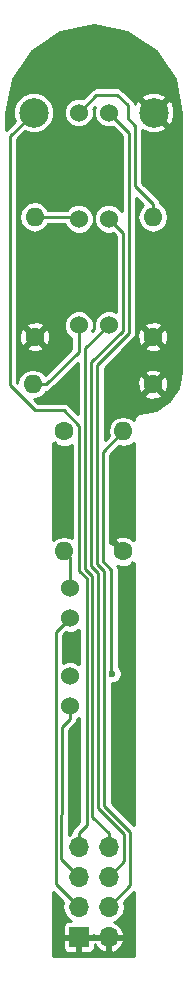
<source format=gtl>
G04 #@! TF.FileFunction,Copper,L1,Top,Signal*
%FSLAX46Y46*%
G04 Gerber Fmt 4.6, Leading zero omitted, Abs format (unit mm)*
G04 Created by KiCad (PCBNEW 4.0.6-e0-6349~53~ubuntu16.04.1) date Fri Mar 24 12:12:28 2017*
%MOMM*%
%LPD*%
G01*
G04 APERTURE LIST*
%ADD10C,0.100000*%
%ADD11R,1.700000X1.700000*%
%ADD12O,1.700000X1.700000*%
%ADD13C,2.499360*%
%ADD14C,1.600000*%
%ADD15O,1.600000X1.600000*%
%ADD16C,1.524000*%
%ADD17C,0.600000*%
%ADD18C,0.250000*%
G04 APERTURE END LIST*
D10*
D11*
X2730000Y2190000D03*
D12*
X5270000Y2190000D03*
X2730000Y4730000D03*
X5270000Y4730000D03*
X2730000Y7270000D03*
X5270000Y7270000D03*
X2730000Y9810000D03*
X5270000Y9810000D03*
D13*
X9080000Y72000000D03*
X-1080000Y72000000D03*
D14*
X9000000Y53000000D03*
D15*
X9000000Y63160000D03*
D14*
X-1000000Y53000000D03*
D15*
X-1000000Y63160000D03*
D14*
X9000000Y49000000D03*
D15*
X-1160000Y49000000D03*
D14*
X1500000Y45000000D03*
D15*
X1500000Y34840000D03*
D14*
X6500000Y34840000D03*
D15*
X6500000Y45000000D03*
D16*
X2730000Y72000000D03*
X5270000Y72000000D03*
X2730000Y63000000D03*
X5270000Y63000000D03*
X2730000Y54000000D03*
X5270000Y54000000D03*
X2000000Y31770000D03*
X2000000Y29230000D03*
X2000000Y24270000D03*
X2000000Y21730000D03*
D17*
X2250000Y48750000D03*
X6250000Y38750000D03*
X1750000Y38750000D03*
X2500000Y26500000D03*
X2500000Y13500000D03*
X6500000Y13500000D03*
X5575030Y24500000D03*
D18*
X2730000Y9810000D02*
X2730000Y11012081D01*
X2730000Y11012081D02*
X3400000Y11682081D01*
X3400000Y32571560D02*
X2800000Y33171560D01*
X3400000Y11682081D02*
X3400000Y32571560D01*
X2800000Y33171560D02*
X2800000Y45500000D01*
X2800000Y45500000D02*
X1500000Y46800000D01*
X-3100000Y48900000D02*
X-3100000Y69980000D01*
X1500000Y46800000D02*
X-1000000Y46800000D01*
X-1000000Y46800000D02*
X-3100000Y48900000D01*
X-3100000Y69980000D02*
X-1080000Y72000000D01*
X2730000Y72000000D02*
X4230000Y73500000D01*
X6000000Y73500000D02*
X6900000Y72600000D01*
X4230000Y73500000D02*
X6000000Y73500000D01*
X6900000Y72600000D02*
X6900000Y71500000D01*
X6900000Y71500000D02*
X7500020Y70899980D01*
X7500020Y70899980D02*
X7500020Y65791350D01*
X7500020Y65791350D02*
X9000000Y64291370D01*
X9000000Y64291370D02*
X9000000Y63160000D01*
X5270000Y9810000D02*
X5270000Y11012081D01*
X3300010Y52030010D02*
X5270000Y54000000D01*
X5270000Y11012081D02*
X3900010Y12382071D01*
X3900010Y12382071D02*
X3900010Y32778670D01*
X3900010Y32778670D02*
X3300010Y33378670D01*
X3300010Y33378670D02*
X3300010Y52030010D01*
X-1000000Y63160000D02*
X2570000Y63160000D01*
X2570000Y63160000D02*
X2730000Y63000000D01*
X5270000Y7270000D02*
X6600000Y8600000D01*
X6500000Y53547238D02*
X6500000Y61770000D01*
X6600000Y8600000D02*
X6600000Y10900000D01*
X6600000Y10900000D02*
X4400020Y13099980D01*
X4400020Y13099980D02*
X4400020Y32985780D01*
X4400020Y32985780D02*
X3800020Y33585780D01*
X3800020Y33585780D02*
X3800020Y50847258D01*
X3800020Y50847258D02*
X6500000Y53547238D01*
X6500000Y61770000D02*
X5270000Y63000000D01*
X-1160000Y49000000D02*
X-28630Y49000000D01*
X-28630Y49000000D02*
X2730000Y51758630D01*
X2730000Y51758630D02*
X2730000Y52922370D01*
X2730000Y52922370D02*
X2730000Y54000000D01*
X5270000Y4730000D02*
X7100010Y6560010D01*
X7100010Y6560010D02*
X7100010Y11107110D01*
X7100010Y11107110D02*
X4900030Y13307090D01*
X4900030Y13307090D02*
X4900030Y33192890D01*
X4900030Y33192890D02*
X4300030Y33792890D01*
X4300030Y33792890D02*
X4300030Y50640148D01*
X7000010Y53340128D02*
X7000010Y70269990D01*
X4300030Y50640148D02*
X7000010Y53340128D01*
X7000010Y70269990D02*
X5270000Y72000000D01*
X2000000Y31770000D02*
X2000000Y34340000D01*
X2000000Y34340000D02*
X1500000Y34840000D01*
X1238001Y8761999D02*
X1288002Y16238001D01*
X2000000Y21730000D02*
X2000000Y20652370D01*
X2000000Y20652370D02*
X1288002Y19940372D01*
X1288002Y19940372D02*
X1288002Y16238001D01*
X2730000Y7270000D02*
X1238001Y8761999D01*
X5500000Y33300040D02*
X4800040Y34000000D01*
X5500000Y24500000D02*
X5500000Y27000000D01*
X5500000Y27000000D02*
X5500000Y33300040D01*
X5575030Y24500000D02*
X5500000Y24500000D01*
X4800040Y34000000D02*
X4800040Y43300040D01*
X4800040Y43300040D02*
X6500000Y45000000D01*
X2730000Y4730000D02*
X787992Y6672008D01*
X787992Y6672008D02*
X787992Y28017992D01*
X787992Y28017992D02*
X2000000Y29230000D01*
G36*
X7425000Y575000D02*
X575000Y575000D01*
X575000Y1940000D01*
X1380000Y1940000D01*
X1380000Y1240544D01*
X1456121Y1056773D01*
X1596773Y916120D01*
X1780544Y840000D01*
X2480000Y840000D01*
X2605000Y965000D01*
X2605000Y2065000D01*
X2855000Y2065000D01*
X2855000Y965000D01*
X2980000Y840000D01*
X3679456Y840000D01*
X3863227Y916120D01*
X4003879Y1056773D01*
X4080000Y1240544D01*
X4080000Y1571129D01*
X4109038Y1501020D01*
X4461072Y1109184D01*
X4936258Y881893D01*
X5145000Y970789D01*
X5145000Y2065000D01*
X5395000Y2065000D01*
X5395000Y970789D01*
X5603742Y881893D01*
X6078928Y1109184D01*
X6430962Y1501020D01*
X6578097Y1856260D01*
X6488606Y2065000D01*
X5395000Y2065000D01*
X5145000Y2065000D01*
X4051394Y2065000D01*
X4022469Y1997531D01*
X3955000Y2065000D01*
X2855000Y2065000D01*
X2605000Y2065000D01*
X1505000Y2065000D01*
X1380000Y1940000D01*
X575000Y1940000D01*
X575000Y6001116D01*
X1435274Y5140842D01*
X1353552Y4730000D01*
X1456315Y4213377D01*
X1748958Y3775406D01*
X2101268Y3540000D01*
X1780544Y3540000D01*
X1596773Y3463880D01*
X1456121Y3323227D01*
X1380000Y3139456D01*
X1380000Y2440000D01*
X1505000Y2315000D01*
X2605000Y2315000D01*
X2605000Y2335000D01*
X2855000Y2335000D01*
X2855000Y2315000D01*
X3955000Y2315000D01*
X4022469Y2382469D01*
X4051394Y2315000D01*
X5145000Y2315000D01*
X5145000Y2335000D01*
X5395000Y2335000D01*
X5395000Y2315000D01*
X6488606Y2315000D01*
X6578097Y2523740D01*
X6430962Y2878980D01*
X6078928Y3270816D01*
X5687882Y3457861D01*
X5813071Y3482763D01*
X6251042Y3775406D01*
X6543685Y4213377D01*
X6646448Y4730000D01*
X6564726Y5140842D01*
X7425000Y6001116D01*
X7425000Y575000D01*
X7425000Y575000D01*
G37*
X7425000Y575000D02*
X575000Y575000D01*
X575000Y1940000D01*
X1380000Y1940000D01*
X1380000Y1240544D01*
X1456121Y1056773D01*
X1596773Y916120D01*
X1780544Y840000D01*
X2480000Y840000D01*
X2605000Y965000D01*
X2605000Y2065000D01*
X2855000Y2065000D01*
X2855000Y965000D01*
X2980000Y840000D01*
X3679456Y840000D01*
X3863227Y916120D01*
X4003879Y1056773D01*
X4080000Y1240544D01*
X4080000Y1571129D01*
X4109038Y1501020D01*
X4461072Y1109184D01*
X4936258Y881893D01*
X5145000Y970789D01*
X5145000Y2065000D01*
X5395000Y2065000D01*
X5395000Y970789D01*
X5603742Y881893D01*
X6078928Y1109184D01*
X6430962Y1501020D01*
X6578097Y1856260D01*
X6488606Y2065000D01*
X5395000Y2065000D01*
X5145000Y2065000D01*
X4051394Y2065000D01*
X4022469Y1997531D01*
X3955000Y2065000D01*
X2855000Y2065000D01*
X2605000Y2065000D01*
X1505000Y2065000D01*
X1380000Y1940000D01*
X575000Y1940000D01*
X575000Y6001116D01*
X1435274Y5140842D01*
X1353552Y4730000D01*
X1456315Y4213377D01*
X1748958Y3775406D01*
X2101268Y3540000D01*
X1780544Y3540000D01*
X1596773Y3463880D01*
X1456121Y3323227D01*
X1380000Y3139456D01*
X1380000Y2440000D01*
X1505000Y2315000D01*
X2605000Y2315000D01*
X2605000Y2335000D01*
X2855000Y2335000D01*
X2855000Y2315000D01*
X3955000Y2315000D01*
X4022469Y2382469D01*
X4051394Y2315000D01*
X5145000Y2315000D01*
X5145000Y2335000D01*
X5395000Y2335000D01*
X5395000Y2315000D01*
X6488606Y2315000D01*
X6578097Y2523740D01*
X6430962Y2878980D01*
X6078928Y3270816D01*
X5687882Y3457861D01*
X5813071Y3482763D01*
X6251042Y3775406D01*
X6543685Y4213377D01*
X6646448Y4730000D01*
X6564726Y5140842D01*
X7425000Y6001116D01*
X7425000Y575000D01*
G36*
X2775000Y11940965D02*
X2288058Y11454023D01*
X2152575Y11251258D01*
X2105000Y11012081D01*
X2105000Y11002494D01*
X1876981Y10850136D01*
X1912988Y16233821D01*
X1912587Y16235912D01*
X1913002Y16238001D01*
X1913002Y19681488D01*
X2441942Y20210428D01*
X2577425Y20413192D01*
X2618583Y20620107D01*
X2713932Y20659505D01*
X2775000Y20720466D01*
X2775000Y11940965D01*
X2775000Y11940965D01*
G37*
X2775000Y11940965D02*
X2288058Y11454023D01*
X2152575Y11251258D01*
X2105000Y11012081D01*
X2105000Y11002494D01*
X1876981Y10850136D01*
X1912988Y16233821D01*
X1912587Y16235912D01*
X1913002Y16238001D01*
X1913002Y19681488D01*
X2441942Y20210428D01*
X2577425Y20413192D01*
X2618583Y20620107D01*
X2713932Y20659505D01*
X2775000Y20720466D01*
X2775000Y11940965D01*
G36*
X7347127Y33816094D02*
X7425000Y33893967D01*
X7425000Y11666003D01*
X5525030Y13565974D01*
X5525030Y23700043D01*
X5733462Y23699861D01*
X6027602Y23821397D01*
X6252842Y24046245D01*
X6374891Y24340172D01*
X6375169Y24658432D01*
X6253633Y24952572D01*
X6125000Y25081429D01*
X6125000Y33300040D01*
X6077425Y33539217D01*
X6015145Y33632425D01*
X6313500Y33527717D01*
X6829885Y33556238D01*
X7174492Y33698979D01*
X7255856Y33907365D01*
X7347127Y33816094D01*
X7347127Y33816094D01*
G37*
X7347127Y33816094D02*
X7425000Y33893967D01*
X7425000Y11666003D01*
X5525030Y13565974D01*
X5525030Y23700043D01*
X5733462Y23699861D01*
X6027602Y23821397D01*
X6252842Y24046245D01*
X6374891Y24340172D01*
X6375169Y24658432D01*
X6253633Y24952572D01*
X6125000Y25081429D01*
X6125000Y33300040D01*
X6077425Y33539217D01*
X6015145Y33632425D01*
X6313500Y33527717D01*
X6829885Y33556238D01*
X7174492Y33698979D01*
X7255856Y33907365D01*
X7347127Y33816094D01*
G36*
X2775000Y25279944D02*
X2715799Y25339248D01*
X2252129Y25531780D01*
X1750074Y25532219D01*
X1412992Y25392939D01*
X1412992Y27759108D01*
X1659004Y28005120D01*
X1747871Y27968220D01*
X2249926Y27967781D01*
X2713932Y28159505D01*
X2775000Y28220466D01*
X2775000Y25279944D01*
X2775000Y25279944D01*
G37*
X2775000Y25279944D02*
X2715799Y25339248D01*
X2252129Y25531780D01*
X1750074Y25532219D01*
X1412992Y25392939D01*
X1412992Y27759108D01*
X1659004Y28005120D01*
X1747871Y27968220D01*
X2249926Y27967781D01*
X2713932Y28159505D01*
X2775000Y28220466D01*
X2775000Y25279944D01*
G36*
X7425000Y35786033D02*
X7347127Y35863906D01*
X7255856Y35772635D01*
X7174492Y35981021D01*
X6686500Y36152283D01*
X6170115Y36123762D01*
X5825508Y35981021D01*
X5744143Y35772634D01*
X6500000Y35016777D01*
X6514142Y35030919D01*
X6690919Y34854142D01*
X6676777Y34840000D01*
X6690919Y34825858D01*
X6514142Y34649081D01*
X6500000Y34663223D01*
X6485858Y34649081D01*
X6309081Y34825858D01*
X6323223Y34840000D01*
X5567366Y35595857D01*
X5425040Y35540286D01*
X5425040Y43041156D01*
X6131679Y43747795D01*
X6500000Y43674531D01*
X6997488Y43773488D01*
X7419239Y44055292D01*
X7425000Y44063914D01*
X7425000Y35786033D01*
X7425000Y35786033D01*
G37*
X7425000Y35786033D02*
X7347127Y35863906D01*
X7255856Y35772635D01*
X7174492Y35981021D01*
X6686500Y36152283D01*
X6170115Y36123762D01*
X5825508Y35981021D01*
X5744143Y35772634D01*
X6500000Y35016777D01*
X6514142Y35030919D01*
X6690919Y34854142D01*
X6676777Y34840000D01*
X6690919Y34825858D01*
X6514142Y34649081D01*
X6500000Y34663223D01*
X6485858Y34649081D01*
X6309081Y34825858D01*
X6323223Y34840000D01*
X5567366Y35595857D01*
X5425040Y35540286D01*
X5425040Y43041156D01*
X6131679Y43747795D01*
X6500000Y43674531D01*
X6997488Y43773488D01*
X7419239Y44055292D01*
X7425000Y44063914D01*
X7425000Y35786033D01*
G36*
X825508Y43858979D02*
X1313500Y43687717D01*
X1829885Y43716238D01*
X2174492Y43858979D01*
X2175000Y43860280D01*
X2175000Y35947903D01*
X1997488Y36066512D01*
X1500000Y36165469D01*
X1002512Y36066512D01*
X580761Y35784708D01*
X575000Y35776086D01*
X575000Y44053967D01*
X652873Y43976094D01*
X744144Y44067365D01*
X825508Y43858979D01*
X825508Y43858979D01*
G37*
X825508Y43858979D02*
X1313500Y43687717D01*
X1829885Y43716238D01*
X2174492Y43858979D01*
X2175000Y43860280D01*
X2175000Y35947903D01*
X1997488Y36066512D01*
X1500000Y36165469D01*
X1002512Y36066512D01*
X580761Y35784708D01*
X575000Y35776086D01*
X575000Y44053967D01*
X652873Y43976094D01*
X744144Y44067365D01*
X825508Y43858979D01*
G36*
X6837114Y78849397D02*
X9242302Y77242302D01*
X10849397Y74837114D01*
X11425000Y71943370D01*
X11425000Y50056635D01*
X11153879Y48693619D01*
X10413875Y47586125D01*
X9306381Y46846121D01*
X7887823Y46563952D01*
X7835501Y46542279D01*
X7779957Y46531231D01*
X7732869Y46499768D01*
X7680547Y46478095D01*
X7640500Y46438048D01*
X7593414Y46406586D01*
X7561952Y46359500D01*
X7521905Y46319453D01*
X7500232Y46267131D01*
X7468769Y46220043D01*
X7457721Y46164499D01*
X7436048Y46112177D01*
X7436048Y46055542D01*
X7425000Y46000000D01*
X7425000Y45936086D01*
X7419239Y45944708D01*
X6997488Y46226512D01*
X6500000Y46325469D01*
X6002512Y46226512D01*
X5580761Y45944708D01*
X5298957Y45522957D01*
X5200000Y45025469D01*
X5200000Y44974531D01*
X5264813Y44648696D01*
X4925030Y44308914D01*
X4925030Y48067366D01*
X8244143Y48067366D01*
X8325508Y47858979D01*
X8813500Y47687717D01*
X9329885Y47716238D01*
X9674492Y47858979D01*
X9755857Y48067366D01*
X9000000Y48823223D01*
X8244143Y48067366D01*
X4925030Y48067366D01*
X4925030Y49186500D01*
X7687717Y49186500D01*
X7716238Y48670115D01*
X7858979Y48325508D01*
X8067366Y48244143D01*
X8823223Y49000000D01*
X9176777Y49000000D01*
X9932634Y48244143D01*
X10141021Y48325508D01*
X10312283Y48813500D01*
X10283762Y49329885D01*
X10141021Y49674492D01*
X9932634Y49755857D01*
X9176777Y49000000D01*
X8823223Y49000000D01*
X8067366Y49755857D01*
X7858979Y49674492D01*
X7687717Y49186500D01*
X4925030Y49186500D01*
X4925030Y49932634D01*
X8244143Y49932634D01*
X9000000Y49176777D01*
X9755857Y49932634D01*
X9674492Y50141021D01*
X9186500Y50312283D01*
X8670115Y50283762D01*
X8325508Y50141021D01*
X8244143Y49932634D01*
X4925030Y49932634D01*
X4925030Y50381264D01*
X6611132Y52067366D01*
X8244143Y52067366D01*
X8325508Y51858979D01*
X8813500Y51687717D01*
X9329885Y51716238D01*
X9674492Y51858979D01*
X9755857Y52067366D01*
X9000000Y52823223D01*
X8244143Y52067366D01*
X6611132Y52067366D01*
X7441952Y52898186D01*
X7577435Y53100950D01*
X7594451Y53186500D01*
X7687717Y53186500D01*
X7716238Y52670115D01*
X7858979Y52325508D01*
X8067366Y52244143D01*
X8823223Y53000000D01*
X9176777Y53000000D01*
X9932634Y52244143D01*
X10141021Y52325508D01*
X10312283Y52813500D01*
X10283762Y53329885D01*
X10141021Y53674492D01*
X9932634Y53755857D01*
X9176777Y53000000D01*
X8823223Y53000000D01*
X8067366Y53755857D01*
X7858979Y53674492D01*
X7687717Y53186500D01*
X7594451Y53186500D01*
X7625010Y53340128D01*
X7625010Y53932634D01*
X8244143Y53932634D01*
X9000000Y53176777D01*
X9755857Y53932634D01*
X9674492Y54141021D01*
X9186500Y54312283D01*
X8670115Y54283762D01*
X8325508Y54141021D01*
X8244143Y53932634D01*
X7625010Y53932634D01*
X7625010Y64782476D01*
X8213851Y64193635D01*
X8080761Y64104708D01*
X7798957Y63682957D01*
X7700000Y63185469D01*
X7700000Y63134531D01*
X7798957Y62637043D01*
X8080761Y62215292D01*
X8502512Y61933488D01*
X9000000Y61834531D01*
X9497488Y61933488D01*
X9919239Y62215292D01*
X10201043Y62637043D01*
X10300000Y63134531D01*
X10300000Y63185469D01*
X10201043Y63682957D01*
X9919239Y64104708D01*
X9622719Y64302835D01*
X9577425Y64530547D01*
X9441942Y64733312D01*
X8125020Y66050234D01*
X8125020Y70505703D01*
X8135121Y70486822D01*
X8786114Y70240416D01*
X9481849Y70261891D01*
X10024879Y70486822D01*
X10161337Y70741886D01*
X9080000Y71823223D01*
X9065858Y71809081D01*
X8889081Y71985858D01*
X8903223Y72000000D01*
X9256777Y72000000D01*
X10338114Y70918663D01*
X10593178Y71055121D01*
X10839584Y71706114D01*
X10818109Y72401849D01*
X10593178Y72944879D01*
X10338114Y73081337D01*
X9256777Y72000000D01*
X8903223Y72000000D01*
X7821886Y73081337D01*
X7566822Y72944879D01*
X7494438Y72753645D01*
X7477425Y72839177D01*
X7477425Y72839178D01*
X7341942Y73041942D01*
X7125770Y73258114D01*
X7998663Y73258114D01*
X9080000Y72176777D01*
X10161337Y73258114D01*
X10024879Y73513178D01*
X9373886Y73759584D01*
X8678151Y73738109D01*
X8135121Y73513178D01*
X7998663Y73258114D01*
X7125770Y73258114D01*
X6441942Y73941942D01*
X6239177Y74077425D01*
X6000000Y74125000D01*
X4230000Y74125000D01*
X3990822Y74077425D01*
X3909606Y74023158D01*
X3788058Y73941942D01*
X3788056Y73941939D01*
X3070996Y73224879D01*
X2982129Y73261780D01*
X2480074Y73262219D01*
X2016068Y73070495D01*
X1660752Y72715799D01*
X1468220Y72252129D01*
X1467781Y71750074D01*
X1659505Y71286068D01*
X2014201Y70930752D01*
X2477871Y70738220D01*
X2979926Y70737781D01*
X3443932Y70929505D01*
X3799248Y71284201D01*
X3991780Y71747871D01*
X3992219Y72249926D01*
X3954674Y72340791D01*
X4109200Y72495317D01*
X4008220Y72252129D01*
X4007781Y71750074D01*
X4199505Y71286068D01*
X4554201Y70930752D01*
X5017871Y70738220D01*
X5519926Y70737781D01*
X5610791Y70775326D01*
X6375010Y70011107D01*
X6375010Y63630400D01*
X6340495Y63713932D01*
X5985799Y64069248D01*
X5522129Y64261780D01*
X5020074Y64262219D01*
X4556068Y64070495D01*
X4200752Y63715799D01*
X4008220Y63252129D01*
X4007781Y62750074D01*
X4199505Y62286068D01*
X4554201Y61930752D01*
X5017871Y61738220D01*
X5519926Y61737781D01*
X5610790Y61775326D01*
X5875000Y61511116D01*
X5875000Y55115256D01*
X5522129Y55261780D01*
X5020074Y55262219D01*
X4556068Y55070495D01*
X4200752Y54715799D01*
X4008220Y54252129D01*
X4007781Y53750074D01*
X4045326Y53659209D01*
X3890800Y53504684D01*
X3991780Y53747871D01*
X3992219Y54249926D01*
X3800495Y54713932D01*
X3445799Y55069248D01*
X2982129Y55261780D01*
X2480074Y55262219D01*
X2016068Y55070495D01*
X1660752Y54715799D01*
X1468220Y54252129D01*
X1467781Y53750074D01*
X1659505Y53286068D01*
X2014201Y52930752D01*
X2105000Y52893049D01*
X2105000Y52017514D01*
X-126365Y49786149D01*
X-215292Y49919239D01*
X-637043Y50201043D01*
X-1134531Y50300000D01*
X-1185469Y50300000D01*
X-1682957Y50201043D01*
X-2104708Y49919239D01*
X-2386512Y49497488D01*
X-2457371Y49141255D01*
X-2475000Y49158884D01*
X-2475000Y52067366D01*
X-1755857Y52067366D01*
X-1674492Y51858979D01*
X-1186500Y51687717D01*
X-670115Y51716238D01*
X-325508Y51858979D01*
X-244143Y52067366D01*
X-1000000Y52823223D01*
X-1755857Y52067366D01*
X-2475000Y52067366D01*
X-2475000Y53186500D01*
X-2312283Y53186500D01*
X-2283762Y52670115D01*
X-2141021Y52325508D01*
X-1932634Y52244143D01*
X-1176777Y53000000D01*
X-823223Y53000000D01*
X-67366Y52244143D01*
X141021Y52325508D01*
X312283Y52813500D01*
X283762Y53329885D01*
X141021Y53674492D01*
X-67366Y53755857D01*
X-823223Y53000000D01*
X-1176777Y53000000D01*
X-1932634Y53755857D01*
X-2141021Y53674492D01*
X-2312283Y53186500D01*
X-2475000Y53186500D01*
X-2475000Y53932634D01*
X-1755857Y53932634D01*
X-1000000Y53176777D01*
X-244143Y53932634D01*
X-325508Y54141021D01*
X-813500Y54312283D01*
X-1329885Y54283762D01*
X-1674492Y54141021D01*
X-1755857Y53932634D01*
X-2475000Y53932634D01*
X-2475000Y63185469D01*
X-2300000Y63185469D01*
X-2300000Y63134531D01*
X-2201043Y62637043D01*
X-1919239Y62215292D01*
X-1497488Y61933488D01*
X-1000000Y61834531D01*
X-502512Y61933488D01*
X-80761Y62215292D01*
X132860Y62535000D01*
X1556648Y62535000D01*
X1659505Y62286068D01*
X2014201Y61930752D01*
X2477871Y61738220D01*
X2979926Y61737781D01*
X3443932Y61929505D01*
X3799248Y62284201D01*
X3991780Y62747871D01*
X3992219Y63249926D01*
X3800495Y63713932D01*
X3445799Y64069248D01*
X2982129Y64261780D01*
X2480074Y64262219D01*
X2016068Y64070495D01*
X1730074Y63785000D01*
X132860Y63785000D01*
X-80761Y64104708D01*
X-502512Y64386512D01*
X-1000000Y64485469D01*
X-1497488Y64386512D01*
X-1919239Y64104708D01*
X-2201043Y63682957D01*
X-2300000Y63185469D01*
X-2475000Y63185469D01*
X-2475000Y69721116D01*
X-1794115Y70402002D01*
X-1429560Y70250625D01*
X-733494Y70250017D01*
X-90181Y70515829D01*
X402441Y71007592D01*
X669375Y71650440D01*
X669983Y72346506D01*
X404171Y72989819D01*
X-87592Y73482441D01*
X-730440Y73749375D01*
X-1426506Y73749983D01*
X-2069819Y73484171D01*
X-2562441Y72992408D01*
X-2829375Y72349560D01*
X-2829983Y71653494D01*
X-2678063Y71285820D01*
X-3425000Y70538884D01*
X-3425000Y71943365D01*
X-2849397Y74837114D01*
X-1242302Y77242302D01*
X1162886Y78849397D01*
X3999998Y79413735D01*
X6837114Y78849397D01*
X6837114Y78849397D01*
G37*
X6837114Y78849397D02*
X9242302Y77242302D01*
X10849397Y74837114D01*
X11425000Y71943370D01*
X11425000Y50056635D01*
X11153879Y48693619D01*
X10413875Y47586125D01*
X9306381Y46846121D01*
X7887823Y46563952D01*
X7835501Y46542279D01*
X7779957Y46531231D01*
X7732869Y46499768D01*
X7680547Y46478095D01*
X7640500Y46438048D01*
X7593414Y46406586D01*
X7561952Y46359500D01*
X7521905Y46319453D01*
X7500232Y46267131D01*
X7468769Y46220043D01*
X7457721Y46164499D01*
X7436048Y46112177D01*
X7436048Y46055542D01*
X7425000Y46000000D01*
X7425000Y45936086D01*
X7419239Y45944708D01*
X6997488Y46226512D01*
X6500000Y46325469D01*
X6002512Y46226512D01*
X5580761Y45944708D01*
X5298957Y45522957D01*
X5200000Y45025469D01*
X5200000Y44974531D01*
X5264813Y44648696D01*
X4925030Y44308914D01*
X4925030Y48067366D01*
X8244143Y48067366D01*
X8325508Y47858979D01*
X8813500Y47687717D01*
X9329885Y47716238D01*
X9674492Y47858979D01*
X9755857Y48067366D01*
X9000000Y48823223D01*
X8244143Y48067366D01*
X4925030Y48067366D01*
X4925030Y49186500D01*
X7687717Y49186500D01*
X7716238Y48670115D01*
X7858979Y48325508D01*
X8067366Y48244143D01*
X8823223Y49000000D01*
X9176777Y49000000D01*
X9932634Y48244143D01*
X10141021Y48325508D01*
X10312283Y48813500D01*
X10283762Y49329885D01*
X10141021Y49674492D01*
X9932634Y49755857D01*
X9176777Y49000000D01*
X8823223Y49000000D01*
X8067366Y49755857D01*
X7858979Y49674492D01*
X7687717Y49186500D01*
X4925030Y49186500D01*
X4925030Y49932634D01*
X8244143Y49932634D01*
X9000000Y49176777D01*
X9755857Y49932634D01*
X9674492Y50141021D01*
X9186500Y50312283D01*
X8670115Y50283762D01*
X8325508Y50141021D01*
X8244143Y49932634D01*
X4925030Y49932634D01*
X4925030Y50381264D01*
X6611132Y52067366D01*
X8244143Y52067366D01*
X8325508Y51858979D01*
X8813500Y51687717D01*
X9329885Y51716238D01*
X9674492Y51858979D01*
X9755857Y52067366D01*
X9000000Y52823223D01*
X8244143Y52067366D01*
X6611132Y52067366D01*
X7441952Y52898186D01*
X7577435Y53100950D01*
X7594451Y53186500D01*
X7687717Y53186500D01*
X7716238Y52670115D01*
X7858979Y52325508D01*
X8067366Y52244143D01*
X8823223Y53000000D01*
X9176777Y53000000D01*
X9932634Y52244143D01*
X10141021Y52325508D01*
X10312283Y52813500D01*
X10283762Y53329885D01*
X10141021Y53674492D01*
X9932634Y53755857D01*
X9176777Y53000000D01*
X8823223Y53000000D01*
X8067366Y53755857D01*
X7858979Y53674492D01*
X7687717Y53186500D01*
X7594451Y53186500D01*
X7625010Y53340128D01*
X7625010Y53932634D01*
X8244143Y53932634D01*
X9000000Y53176777D01*
X9755857Y53932634D01*
X9674492Y54141021D01*
X9186500Y54312283D01*
X8670115Y54283762D01*
X8325508Y54141021D01*
X8244143Y53932634D01*
X7625010Y53932634D01*
X7625010Y64782476D01*
X8213851Y64193635D01*
X8080761Y64104708D01*
X7798957Y63682957D01*
X7700000Y63185469D01*
X7700000Y63134531D01*
X7798957Y62637043D01*
X8080761Y62215292D01*
X8502512Y61933488D01*
X9000000Y61834531D01*
X9497488Y61933488D01*
X9919239Y62215292D01*
X10201043Y62637043D01*
X10300000Y63134531D01*
X10300000Y63185469D01*
X10201043Y63682957D01*
X9919239Y64104708D01*
X9622719Y64302835D01*
X9577425Y64530547D01*
X9441942Y64733312D01*
X8125020Y66050234D01*
X8125020Y70505703D01*
X8135121Y70486822D01*
X8786114Y70240416D01*
X9481849Y70261891D01*
X10024879Y70486822D01*
X10161337Y70741886D01*
X9080000Y71823223D01*
X9065858Y71809081D01*
X8889081Y71985858D01*
X8903223Y72000000D01*
X9256777Y72000000D01*
X10338114Y70918663D01*
X10593178Y71055121D01*
X10839584Y71706114D01*
X10818109Y72401849D01*
X10593178Y72944879D01*
X10338114Y73081337D01*
X9256777Y72000000D01*
X8903223Y72000000D01*
X7821886Y73081337D01*
X7566822Y72944879D01*
X7494438Y72753645D01*
X7477425Y72839177D01*
X7477425Y72839178D01*
X7341942Y73041942D01*
X7125770Y73258114D01*
X7998663Y73258114D01*
X9080000Y72176777D01*
X10161337Y73258114D01*
X10024879Y73513178D01*
X9373886Y73759584D01*
X8678151Y73738109D01*
X8135121Y73513178D01*
X7998663Y73258114D01*
X7125770Y73258114D01*
X6441942Y73941942D01*
X6239177Y74077425D01*
X6000000Y74125000D01*
X4230000Y74125000D01*
X3990822Y74077425D01*
X3909606Y74023158D01*
X3788058Y73941942D01*
X3788056Y73941939D01*
X3070996Y73224879D01*
X2982129Y73261780D01*
X2480074Y73262219D01*
X2016068Y73070495D01*
X1660752Y72715799D01*
X1468220Y72252129D01*
X1467781Y71750074D01*
X1659505Y71286068D01*
X2014201Y70930752D01*
X2477871Y70738220D01*
X2979926Y70737781D01*
X3443932Y70929505D01*
X3799248Y71284201D01*
X3991780Y71747871D01*
X3992219Y72249926D01*
X3954674Y72340791D01*
X4109200Y72495317D01*
X4008220Y72252129D01*
X4007781Y71750074D01*
X4199505Y71286068D01*
X4554201Y70930752D01*
X5017871Y70738220D01*
X5519926Y70737781D01*
X5610791Y70775326D01*
X6375010Y70011107D01*
X6375010Y63630400D01*
X6340495Y63713932D01*
X5985799Y64069248D01*
X5522129Y64261780D01*
X5020074Y64262219D01*
X4556068Y64070495D01*
X4200752Y63715799D01*
X4008220Y63252129D01*
X4007781Y62750074D01*
X4199505Y62286068D01*
X4554201Y61930752D01*
X5017871Y61738220D01*
X5519926Y61737781D01*
X5610790Y61775326D01*
X5875000Y61511116D01*
X5875000Y55115256D01*
X5522129Y55261780D01*
X5020074Y55262219D01*
X4556068Y55070495D01*
X4200752Y54715799D01*
X4008220Y54252129D01*
X4007781Y53750074D01*
X4045326Y53659209D01*
X3890800Y53504684D01*
X3991780Y53747871D01*
X3992219Y54249926D01*
X3800495Y54713932D01*
X3445799Y55069248D01*
X2982129Y55261780D01*
X2480074Y55262219D01*
X2016068Y55070495D01*
X1660752Y54715799D01*
X1468220Y54252129D01*
X1467781Y53750074D01*
X1659505Y53286068D01*
X2014201Y52930752D01*
X2105000Y52893049D01*
X2105000Y52017514D01*
X-126365Y49786149D01*
X-215292Y49919239D01*
X-637043Y50201043D01*
X-1134531Y50300000D01*
X-1185469Y50300000D01*
X-1682957Y50201043D01*
X-2104708Y49919239D01*
X-2386512Y49497488D01*
X-2457371Y49141255D01*
X-2475000Y49158884D01*
X-2475000Y52067366D01*
X-1755857Y52067366D01*
X-1674492Y51858979D01*
X-1186500Y51687717D01*
X-670115Y51716238D01*
X-325508Y51858979D01*
X-244143Y52067366D01*
X-1000000Y52823223D01*
X-1755857Y52067366D01*
X-2475000Y52067366D01*
X-2475000Y53186500D01*
X-2312283Y53186500D01*
X-2283762Y52670115D01*
X-2141021Y52325508D01*
X-1932634Y52244143D01*
X-1176777Y53000000D01*
X-823223Y53000000D01*
X-67366Y52244143D01*
X141021Y52325508D01*
X312283Y52813500D01*
X283762Y53329885D01*
X141021Y53674492D01*
X-67366Y53755857D01*
X-823223Y53000000D01*
X-1176777Y53000000D01*
X-1932634Y53755857D01*
X-2141021Y53674492D01*
X-2312283Y53186500D01*
X-2475000Y53186500D01*
X-2475000Y53932634D01*
X-1755857Y53932634D01*
X-1000000Y53176777D01*
X-244143Y53932634D01*
X-325508Y54141021D01*
X-813500Y54312283D01*
X-1329885Y54283762D01*
X-1674492Y54141021D01*
X-1755857Y53932634D01*
X-2475000Y53932634D01*
X-2475000Y63185469D01*
X-2300000Y63185469D01*
X-2300000Y63134531D01*
X-2201043Y62637043D01*
X-1919239Y62215292D01*
X-1497488Y61933488D01*
X-1000000Y61834531D01*
X-502512Y61933488D01*
X-80761Y62215292D01*
X132860Y62535000D01*
X1556648Y62535000D01*
X1659505Y62286068D01*
X2014201Y61930752D01*
X2477871Y61738220D01*
X2979926Y61737781D01*
X3443932Y61929505D01*
X3799248Y62284201D01*
X3991780Y62747871D01*
X3992219Y63249926D01*
X3800495Y63713932D01*
X3445799Y64069248D01*
X2982129Y64261780D01*
X2480074Y64262219D01*
X2016068Y64070495D01*
X1730074Y63785000D01*
X132860Y63785000D01*
X-80761Y64104708D01*
X-502512Y64386512D01*
X-1000000Y64485469D01*
X-1497488Y64386512D01*
X-1919239Y64104708D01*
X-2201043Y63682957D01*
X-2300000Y63185469D01*
X-2475000Y63185469D01*
X-2475000Y69721116D01*
X-1794115Y70402002D01*
X-1429560Y70250625D01*
X-733494Y70250017D01*
X-90181Y70515829D01*
X402441Y71007592D01*
X669375Y71650440D01*
X669983Y72346506D01*
X404171Y72989819D01*
X-87592Y73482441D01*
X-730440Y73749375D01*
X-1426506Y73749983D01*
X-2069819Y73484171D01*
X-2562441Y72992408D01*
X-2829375Y72349560D01*
X-2829983Y71653494D01*
X-2678063Y71285820D01*
X-3425000Y70538884D01*
X-3425000Y71943365D01*
X-2849397Y74837114D01*
X-1242302Y77242302D01*
X1162886Y78849397D01*
X3999998Y79413735D01*
X6837114Y78849397D01*
G36*
X1690919Y45014142D02*
X1676777Y45000000D01*
X1690919Y44985858D01*
X1514142Y44809081D01*
X1500000Y44823223D01*
X1485858Y44809081D01*
X1309081Y44985858D01*
X1323223Y45000000D01*
X1309081Y45014142D01*
X1485858Y45190919D01*
X1500000Y45176777D01*
X1514142Y45190919D01*
X1690919Y45014142D01*
X1690919Y45014142D01*
G37*
X1690919Y45014142D02*
X1676777Y45000000D01*
X1690919Y44985858D01*
X1514142Y44809081D01*
X1500000Y44823223D01*
X1485858Y44809081D01*
X1309081Y44985858D01*
X1323223Y45000000D01*
X1309081Y45014142D01*
X1485858Y45190919D01*
X1500000Y45176777D01*
X1514142Y45190919D01*
X1690919Y45014142D01*
G36*
X2675010Y46508873D02*
X1941942Y47241942D01*
X1739177Y47377425D01*
X1500000Y47425000D01*
X-741117Y47425000D01*
X-1035763Y47719646D01*
X-637043Y47798957D01*
X-215292Y48080761D01*
X-17165Y48377281D01*
X210547Y48422575D01*
X413312Y48558058D01*
X2675010Y50819756D01*
X2675010Y46508873D01*
X2675010Y46508873D01*
G37*
X2675010Y46508873D02*
X1941942Y47241942D01*
X1739177Y47377425D01*
X1500000Y47425000D01*
X-741117Y47425000D01*
X-1035763Y47719646D01*
X-637043Y47798957D01*
X-215292Y48080761D01*
X-17165Y48377281D01*
X210547Y48422575D01*
X413312Y48558058D01*
X2675010Y50819756D01*
X2675010Y46508873D01*
M02*

</source>
